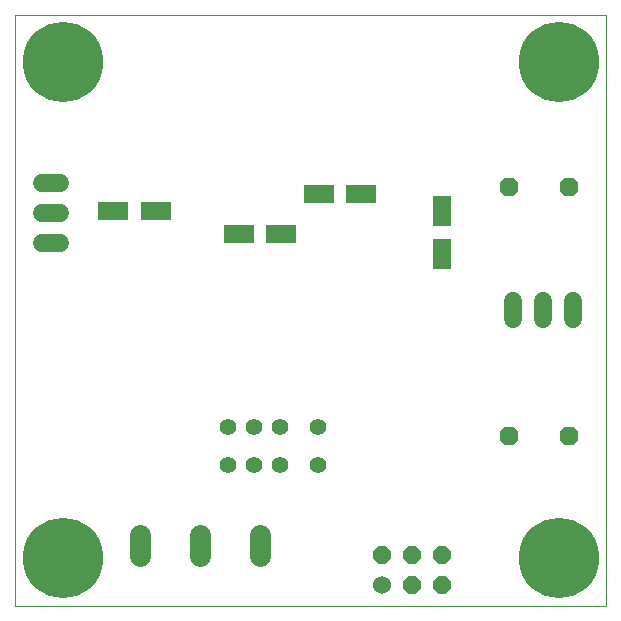
<source format=gbs>
G75*
%MOIN*%
%OFA0B0*%
%FSLAX25Y25*%
%IPPOS*%
%LPD*%
%AMOC8*
5,1,8,0,0,1.08239X$1,22.5*
%
%ADD10C,0.00394*%
%ADD11C,0.07050*%
%ADD12R,0.10236X0.06299*%
%ADD13R,0.06299X0.10236*%
%ADD14OC8,0.06300*%
%ADD15C,0.06000*%
%ADD16C,0.05600*%
%ADD17C,0.06000*%
%ADD18OC8,0.06000*%
%ADD19C,0.26772*%
D10*
X0001800Y0001800D02*
X0001800Y0198650D01*
X0198650Y0198650D01*
X0198650Y0001800D01*
X0001800Y0001800D01*
D11*
X0043454Y0018413D02*
X0043454Y0025463D01*
X0063454Y0025463D02*
X0063454Y0018413D01*
X0083454Y0018413D02*
X0083454Y0025463D01*
D12*
X0090501Y0125816D03*
X0102981Y0139005D03*
X0117154Y0139005D03*
X0076328Y0125816D03*
X0048572Y0133296D03*
X0034398Y0133296D03*
D13*
X0144123Y0133217D03*
X0144123Y0119044D03*
D14*
X0166209Y0141170D03*
X0186209Y0141170D03*
X0186209Y0058493D03*
X0166209Y0058493D03*
D15*
X0167784Y0097225D02*
X0167784Y0103225D01*
X0177784Y0103225D02*
X0177784Y0097225D01*
X0187784Y0097225D02*
X0187784Y0103225D01*
X0016611Y0122509D02*
X0010611Y0122509D01*
X0010611Y0132509D02*
X0016611Y0132509D01*
X0016611Y0142509D02*
X0010611Y0142509D01*
D16*
X0072666Y0061249D03*
X0081328Y0061249D03*
X0089989Y0061249D03*
X0089989Y0048650D03*
X0081328Y0048650D03*
X0072666Y0048650D03*
X0102587Y0048650D03*
X0102587Y0061249D03*
D17*
X0124083Y0008611D03*
D18*
X0124083Y0018611D03*
X0134083Y0018611D03*
X0134083Y0008611D03*
X0144083Y0008611D03*
X0144083Y0018611D03*
D19*
X0182902Y0017548D03*
X0017548Y0017548D03*
X0017548Y0182902D03*
X0182902Y0182902D03*
M02*

</source>
